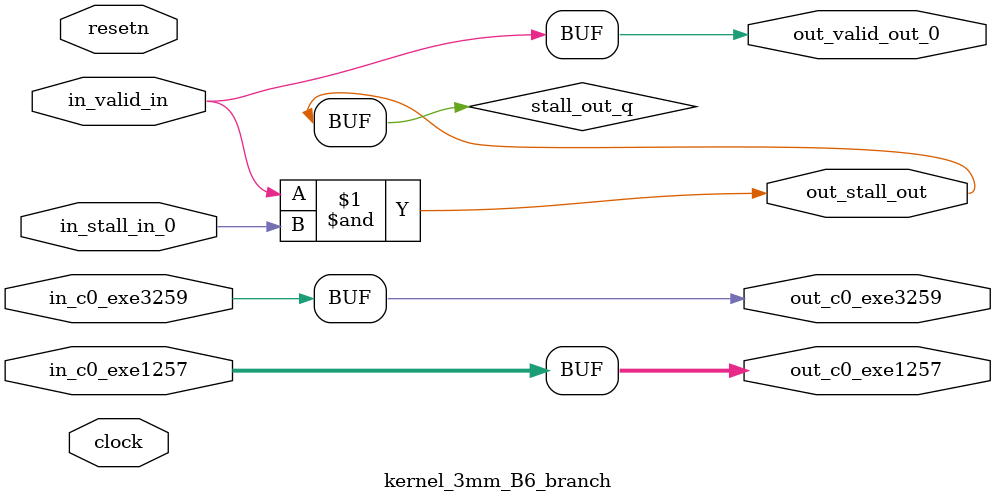
<source format=sv>



(* altera_attribute = "-name AUTO_SHIFT_REGISTER_RECOGNITION OFF; -name MESSAGE_DISABLE 10036; -name MESSAGE_DISABLE 10037; -name MESSAGE_DISABLE 14130; -name MESSAGE_DISABLE 14320; -name MESSAGE_DISABLE 15400; -name MESSAGE_DISABLE 14130; -name MESSAGE_DISABLE 10036; -name MESSAGE_DISABLE 12020; -name MESSAGE_DISABLE 12030; -name MESSAGE_DISABLE 12010; -name MESSAGE_DISABLE 12110; -name MESSAGE_DISABLE 14320; -name MESSAGE_DISABLE 13410; -name MESSAGE_DISABLE 113007; -name MESSAGE_DISABLE 10958" *)
module kernel_3mm_B6_branch (
    input wire [31:0] in_c0_exe1257,
    input wire [0:0] in_c0_exe3259,
    input wire [0:0] in_stall_in_0,
    input wire [0:0] in_valid_in,
    output wire [31:0] out_c0_exe1257,
    output wire [0:0] out_c0_exe3259,
    output wire [0:0] out_stall_out,
    output wire [0:0] out_valid_out_0,
    input wire clock,
    input wire resetn
    );

    wire [0:0] stall_out_q;


    // out_c0_exe1257(GPOUT,6)
    assign out_c0_exe1257 = in_c0_exe1257;

    // out_c0_exe3259(GPOUT,7)
    assign out_c0_exe3259 = in_c0_exe3259;

    // stall_out(LOGICAL,10)
    assign stall_out_q = in_valid_in & in_stall_in_0;

    // out_stall_out(GPOUT,8)
    assign out_stall_out = stall_out_q;

    // out_valid_out_0(GPOUT,9)
    assign out_valid_out_0 = in_valid_in;

endmodule

</source>
